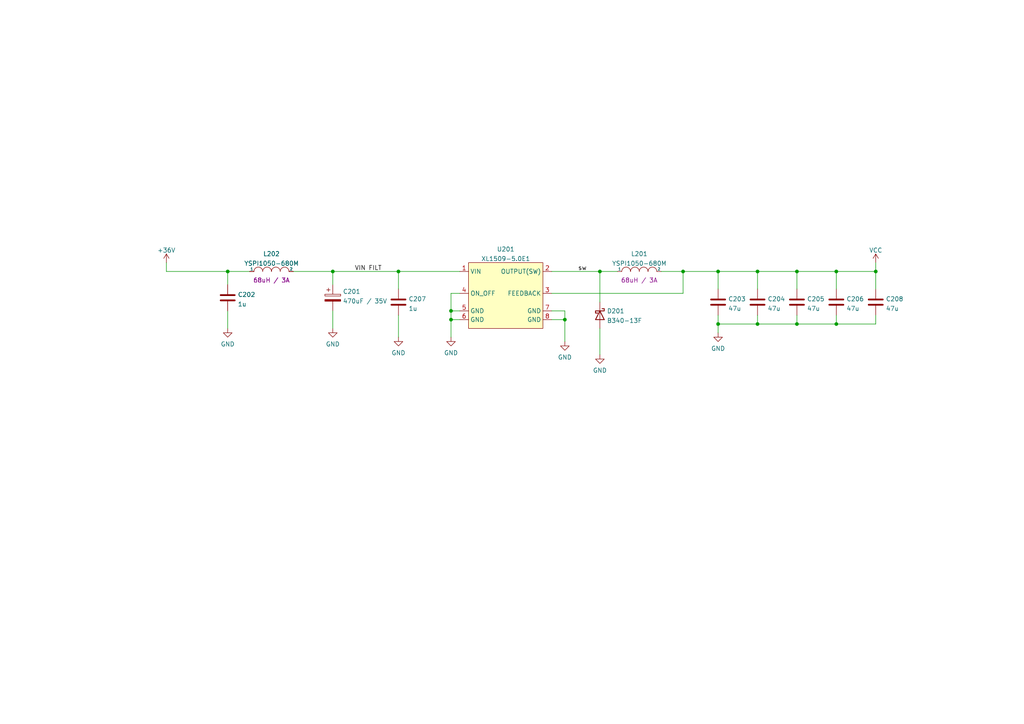
<source format=kicad_sch>
(kicad_sch (version 20211123) (generator eeschema)

  (uuid c750af4c-8f00-488a-9b09-56d955485ec5)

  (paper "A4")

  (lib_symbols
    (symbol "Device:C" (pin_numbers hide) (pin_names (offset 0.254)) (in_bom yes) (on_board yes)
      (property "Reference" "C" (id 0) (at 0.635 2.54 0)
        (effects (font (size 1.27 1.27)) (justify left))
      )
      (property "Value" "C" (id 1) (at 0.635 -2.54 0)
        (effects (font (size 1.27 1.27)) (justify left))
      )
      (property "Footprint" "" (id 2) (at 0.9652 -3.81 0)
        (effects (font (size 1.27 1.27)) hide)
      )
      (property "Datasheet" "~" (id 3) (at 0 0 0)
        (effects (font (size 1.27 1.27)) hide)
      )
      (property "ki_keywords" "cap capacitor" (id 4) (at 0 0 0)
        (effects (font (size 1.27 1.27)) hide)
      )
      (property "ki_description" "Unpolarized capacitor" (id 5) (at 0 0 0)
        (effects (font (size 1.27 1.27)) hide)
      )
      (property "ki_fp_filters" "C_*" (id 6) (at 0 0 0)
        (effects (font (size 1.27 1.27)) hide)
      )
      (symbol "C_0_1"
        (polyline
          (pts
            (xy -2.032 -0.762)
            (xy 2.032 -0.762)
          )
          (stroke (width 0.508) (type default) (color 0 0 0 0))
          (fill (type none))
        )
        (polyline
          (pts
            (xy -2.032 0.762)
            (xy 2.032 0.762)
          )
          (stroke (width 0.508) (type default) (color 0 0 0 0))
          (fill (type none))
        )
      )
      (symbol "C_1_1"
        (pin passive line (at 0 3.81 270) (length 2.794)
          (name "~" (effects (font (size 1.27 1.27))))
          (number "1" (effects (font (size 1.27 1.27))))
        )
        (pin passive line (at 0 -3.81 90) (length 2.794)
          (name "~" (effects (font (size 1.27 1.27))))
          (number "2" (effects (font (size 1.27 1.27))))
        )
      )
    )
    (symbol "Device:C_Polarized" (pin_numbers hide) (pin_names (offset 0.254)) (in_bom yes) (on_board yes)
      (property "Reference" "C" (id 0) (at 0.635 2.54 0)
        (effects (font (size 1.27 1.27)) (justify left))
      )
      (property "Value" "C_Polarized" (id 1) (at 0.635 -2.54 0)
        (effects (font (size 1.27 1.27)) (justify left))
      )
      (property "Footprint" "" (id 2) (at 0.9652 -3.81 0)
        (effects (font (size 1.27 1.27)) hide)
      )
      (property "Datasheet" "~" (id 3) (at 0 0 0)
        (effects (font (size 1.27 1.27)) hide)
      )
      (property "ki_keywords" "cap capacitor" (id 4) (at 0 0 0)
        (effects (font (size 1.27 1.27)) hide)
      )
      (property "ki_description" "Polarized capacitor" (id 5) (at 0 0 0)
        (effects (font (size 1.27 1.27)) hide)
      )
      (property "ki_fp_filters" "CP_*" (id 6) (at 0 0 0)
        (effects (font (size 1.27 1.27)) hide)
      )
      (symbol "C_Polarized_0_1"
        (rectangle (start -2.286 0.508) (end 2.286 1.016)
          (stroke (width 0) (type default) (color 0 0 0 0))
          (fill (type none))
        )
        (polyline
          (pts
            (xy -1.778 2.286)
            (xy -0.762 2.286)
          )
          (stroke (width 0) (type default) (color 0 0 0 0))
          (fill (type none))
        )
        (polyline
          (pts
            (xy -1.27 2.794)
            (xy -1.27 1.778)
          )
          (stroke (width 0) (type default) (color 0 0 0 0))
          (fill (type none))
        )
        (rectangle (start 2.286 -0.508) (end -2.286 -1.016)
          (stroke (width 0) (type default) (color 0 0 0 0))
          (fill (type outline))
        )
      )
      (symbol "C_Polarized_1_1"
        (pin passive line (at 0 3.81 270) (length 2.794)
          (name "~" (effects (font (size 1.27 1.27))))
          (number "1" (effects (font (size 1.27 1.27))))
        )
        (pin passive line (at 0 -3.81 90) (length 2.794)
          (name "~" (effects (font (size 1.27 1.27))))
          (number "2" (effects (font (size 1.27 1.27))))
        )
      )
    )
    (symbol "Diode:B340" (pin_numbers hide) (pin_names (offset 1.016) hide) (in_bom yes) (on_board yes)
      (property "Reference" "D" (id 0) (at 0 2.54 0)
        (effects (font (size 1.27 1.27)))
      )
      (property "Value" "B340" (id 1) (at 0 -2.54 0)
        (effects (font (size 1.27 1.27)))
      )
      (property "Footprint" "Diode_SMD:D_SMC" (id 2) (at 0 -4.445 0)
        (effects (font (size 1.27 1.27)) hide)
      )
      (property "Datasheet" "http://www.jameco.com/Jameco/Products/ProdDS/1538777.pdf" (id 3) (at 0 0 0)
        (effects (font (size 1.27 1.27)) hide)
      )
      (property "ki_keywords" "diode Schottky" (id 4) (at 0 0 0)
        (effects (font (size 1.27 1.27)) hide)
      )
      (property "ki_description" "40V 3A Schottky Barrier Rectifier Diode, SMC" (id 5) (at 0 0 0)
        (effects (font (size 1.27 1.27)) hide)
      )
      (property "ki_fp_filters" "D*SMC*" (id 6) (at 0 0 0)
        (effects (font (size 1.27 1.27)) hide)
      )
      (symbol "B340_0_1"
        (polyline
          (pts
            (xy 1.27 0)
            (xy -1.27 0)
          )
          (stroke (width 0) (type default) (color 0 0 0 0))
          (fill (type none))
        )
        (polyline
          (pts
            (xy 1.27 1.27)
            (xy 1.27 -1.27)
            (xy -1.27 0)
            (xy 1.27 1.27)
          )
          (stroke (width 0.254) (type default) (color 0 0 0 0))
          (fill (type none))
        )
        (polyline
          (pts
            (xy -1.905 0.635)
            (xy -1.905 1.27)
            (xy -1.27 1.27)
            (xy -1.27 -1.27)
            (xy -0.635 -1.27)
            (xy -0.635 -0.635)
          )
          (stroke (width 0.254) (type default) (color 0 0 0 0))
          (fill (type none))
        )
      )
      (symbol "B340_1_1"
        (pin passive line (at -3.81 0 0) (length 2.54)
          (name "K" (effects (font (size 1.27 1.27))))
          (number "1" (effects (font (size 1.27 1.27))))
        )
        (pin passive line (at 3.81 0 180) (length 2.54)
          (name "A" (effects (font (size 1.27 1.27))))
          (number "2" (effects (font (size 1.27 1.27))))
        )
      )
    )
    (symbol "Findersee_parts:XL1509-5.0E1" (in_bom yes) (on_board yes)
      (property "Reference" "U" (id 0) (at 0 6.35 0)
        (effects (font (size 1.27 1.27)))
      )
      (property "Value" "XL1509-5.0E1" (id 1) (at 0 3.81 0)
        (effects (font (size 1.27 1.27)))
      )
      (property "Footprint" "" (id 2) (at 0 0 0)
        (effects (font (size 1.27 1.27)) hide)
      )
      (property "Datasheet" "" (id 3) (at 0 0 0)
        (effects (font (size 1.27 1.27)) hide)
      )
      (symbol "XL1509-5.0E1_0_1"
        (rectangle (start -8.89 2.54) (end 12.7 -16.51)
          (stroke (width 0.1524) (type default) (color 0 0 0 0))
          (fill (type background))
        )
      )
      (symbol "XL1509-5.0E1_1_1"
        (pin power_in line (at -11.43 0 0) (length 2.54)
          (name "VIN" (effects (font (size 1.27 1.27))))
          (number "1" (effects (font (size 1.27 1.27))))
        )
        (pin power_out line (at 15.24 0 180) (length 2.54)
          (name "OUTPUT(SW)" (effects (font (size 1.27 1.27))))
          (number "2" (effects (font (size 1.27 1.27))))
        )
        (pin passive line (at 15.24 -6.35 180) (length 2.54)
          (name "FEEDBACK" (effects (font (size 1.27 1.27))))
          (number "3" (effects (font (size 1.27 1.27))))
        )
        (pin passive line (at -11.43 -6.35 0) (length 2.54)
          (name "ON_OFF" (effects (font (size 1.27 1.27))))
          (number "4" (effects (font (size 1.27 1.27))))
        )
        (pin passive line (at -11.43 -11.43 0) (length 2.54)
          (name "GND" (effects (font (size 1.27 1.27))))
          (number "5" (effects (font (size 1.27 1.27))))
        )
        (pin passive line (at -11.43 -13.97 0) (length 2.54)
          (name "GND" (effects (font (size 1.27 1.27))))
          (number "6" (effects (font (size 1.27 1.27))))
        )
        (pin passive line (at 15.24 -11.43 180) (length 2.54)
          (name "GND" (effects (font (size 1.27 1.27))))
          (number "7" (effects (font (size 1.27 1.27))))
        )
        (pin passive line (at 15.24 -13.97 180) (length 2.54)
          (name "GND" (effects (font (size 1.27 1.27))))
          (number "8" (effects (font (size 1.27 1.27))))
        )
      )
    )
    (symbol "power:+36V" (power) (pin_names (offset 0)) (in_bom yes) (on_board yes)
      (property "Reference" "#PWR" (id 0) (at 0 -3.81 0)
        (effects (font (size 1.27 1.27)) hide)
      )
      (property "Value" "+36V" (id 1) (at 0 3.556 0)
        (effects (font (size 1.27 1.27)))
      )
      (property "Footprint" "" (id 2) (at 0 0 0)
        (effects (font (size 1.27 1.27)) hide)
      )
      (property "Datasheet" "" (id 3) (at 0 0 0)
        (effects (font (size 1.27 1.27)) hide)
      )
      (property "ki_keywords" "power-flag" (id 4) (at 0 0 0)
        (effects (font (size 1.27 1.27)) hide)
      )
      (property "ki_description" "Power symbol creates a global label with name \"+36V\"" (id 5) (at 0 0 0)
        (effects (font (size 1.27 1.27)) hide)
      )
      (symbol "+36V_0_1"
        (polyline
          (pts
            (xy -0.762 1.27)
            (xy 0 2.54)
          )
          (stroke (width 0) (type default) (color 0 0 0 0))
          (fill (type none))
        )
        (polyline
          (pts
            (xy 0 0)
            (xy 0 2.54)
          )
          (stroke (width 0) (type default) (color 0 0 0 0))
          (fill (type none))
        )
        (polyline
          (pts
            (xy 0 2.54)
            (xy 0.762 1.27)
          )
          (stroke (width 0) (type default) (color 0 0 0 0))
          (fill (type none))
        )
      )
      (symbol "+36V_1_1"
        (pin power_in line (at 0 0 90) (length 0) hide
          (name "+36V" (effects (font (size 1.27 1.27))))
          (number "1" (effects (font (size 1.27 1.27))))
        )
      )
    )
    (symbol "power:GND" (power) (pin_names (offset 0)) (in_bom yes) (on_board yes)
      (property "Reference" "#PWR" (id 0) (at 0 -6.35 0)
        (effects (font (size 1.27 1.27)) hide)
      )
      (property "Value" "GND" (id 1) (at 0 -3.81 0)
        (effects (font (size 1.27 1.27)))
      )
      (property "Footprint" "" (id 2) (at 0 0 0)
        (effects (font (size 1.27 1.27)) hide)
      )
      (property "Datasheet" "" (id 3) (at 0 0 0)
        (effects (font (size 1.27 1.27)) hide)
      )
      (property "ki_keywords" "power-flag" (id 4) (at 0 0 0)
        (effects (font (size 1.27 1.27)) hide)
      )
      (property "ki_description" "Power symbol creates a global label with name \"GND\" , ground" (id 5) (at 0 0 0)
        (effects (font (size 1.27 1.27)) hide)
      )
      (symbol "GND_0_1"
        (polyline
          (pts
            (xy 0 0)
            (xy 0 -1.27)
            (xy 1.27 -1.27)
            (xy 0 -2.54)
            (xy -1.27 -1.27)
            (xy 0 -1.27)
          )
          (stroke (width 0) (type default) (color 0 0 0 0))
          (fill (type none))
        )
      )
      (symbol "GND_1_1"
        (pin power_in line (at 0 0 270) (length 0) hide
          (name "GND" (effects (font (size 1.27 1.27))))
          (number "1" (effects (font (size 1.27 1.27))))
        )
      )
    )
    (symbol "power:VCC" (power) (pin_names (offset 0)) (in_bom yes) (on_board yes)
      (property "Reference" "#PWR" (id 0) (at 0 -3.81 0)
        (effects (font (size 1.27 1.27)) hide)
      )
      (property "Value" "VCC" (id 1) (at 0 3.81 0)
        (effects (font (size 1.27 1.27)))
      )
      (property "Footprint" "" (id 2) (at 0 0 0)
        (effects (font (size 1.27 1.27)) hide)
      )
      (property "Datasheet" "" (id 3) (at 0 0 0)
        (effects (font (size 1.27 1.27)) hide)
      )
      (property "ki_keywords" "power-flag" (id 4) (at 0 0 0)
        (effects (font (size 1.27 1.27)) hide)
      )
      (property "ki_description" "Power symbol creates a global label with name \"VCC\"" (id 5) (at 0 0 0)
        (effects (font (size 1.27 1.27)) hide)
      )
      (symbol "VCC_0_1"
        (polyline
          (pts
            (xy -0.762 1.27)
            (xy 0 2.54)
          )
          (stroke (width 0) (type default) (color 0 0 0 0))
          (fill (type none))
        )
        (polyline
          (pts
            (xy 0 0)
            (xy 0 2.54)
          )
          (stroke (width 0) (type default) (color 0 0 0 0))
          (fill (type none))
        )
        (polyline
          (pts
            (xy 0 2.54)
            (xy 0.762 1.27)
          )
          (stroke (width 0) (type default) (color 0 0 0 0))
          (fill (type none))
        )
      )
      (symbol "VCC_1_1"
        (pin power_in line (at 0 0 90) (length 0) hide
          (name "VCC" (effects (font (size 1.27 1.27))))
          (number "1" (effects (font (size 1.27 1.27))))
        )
      )
    )
    (symbol "pspice:INDUCTOR" (pin_numbers hide) (pin_names (offset 0)) (in_bom yes) (on_board yes)
      (property "Reference" "L" (id 0) (at 0 2.54 0)
        (effects (font (size 1.27 1.27)))
      )
      (property "Value" "INDUCTOR" (id 1) (at 0 -1.27 0)
        (effects (font (size 1.27 1.27)))
      )
      (property "Footprint" "" (id 2) (at 0 0 0)
        (effects (font (size 1.27 1.27)) hide)
      )
      (property "Datasheet" "~" (id 3) (at 0 0 0)
        (effects (font (size 1.27 1.27)) hide)
      )
      (property "ki_keywords" "simulation" (id 4) (at 0 0 0)
        (effects (font (size 1.27 1.27)) hide)
      )
      (property "ki_description" "Inductor symbol for simulation only" (id 5) (at 0 0 0)
        (effects (font (size 1.27 1.27)) hide)
      )
      (symbol "INDUCTOR_0_1"
        (arc (start -2.54 0) (mid -3.81 1.27) (end -5.08 0)
          (stroke (width 0) (type default) (color 0 0 0 0))
          (fill (type none))
        )
        (arc (start 0 0) (mid -1.27 1.27) (end -2.54 0)
          (stroke (width 0) (type default) (color 0 0 0 0))
          (fill (type none))
        )
        (arc (start 2.54 0) (mid 1.27 1.27) (end 0 0)
          (stroke (width 0) (type default) (color 0 0 0 0))
          (fill (type none))
        )
        (arc (start 5.08 0) (mid 3.81 1.27) (end 2.54 0)
          (stroke (width 0) (type default) (color 0 0 0 0))
          (fill (type none))
        )
      )
      (symbol "INDUCTOR_1_1"
        (pin input line (at -6.35 0 0) (length 1.27)
          (name "1" (effects (font (size 0.762 0.762))))
          (number "1" (effects (font (size 0.762 0.762))))
        )
        (pin input line (at 6.35 0 180) (length 1.27)
          (name "2" (effects (font (size 0.762 0.762))))
          (number "2" (effects (font (size 0.762 0.762))))
        )
      )
    )
  )

  (junction (at 198.12 78.74) (diameter 0) (color 0 0 0 0)
    (uuid 094d53d4-ace5-42ff-bdaa-10c54d262b2a)
  )
  (junction (at 130.81 90.17) (diameter 0) (color 0 0 0 0)
    (uuid 28509e86-0c50-4c08-b407-f14cfc42d737)
  )
  (junction (at 163.83 92.71) (diameter 0) (color 0 0 0 0)
    (uuid 2f22f8da-de08-46dd-b3f2-a26af378ad9a)
  )
  (junction (at 66.04 78.74) (diameter 0) (color 0 0 0 0)
    (uuid 376ceaab-ea86-4a9f-9c38-0c6aac9c2464)
  )
  (junction (at 219.71 93.98) (diameter 0) (color 0 0 0 0)
    (uuid 4f9c48cc-bdd6-4ca2-bddf-a63bbaafda6f)
  )
  (junction (at 96.52 78.74) (diameter 0) (color 0 0 0 0)
    (uuid 615c6920-6a5c-47b2-be5c-58feb224cff4)
  )
  (junction (at 219.71 78.74) (diameter 0) (color 0 0 0 0)
    (uuid 6bd29a08-3765-4055-b4ce-6ee329a8c528)
  )
  (junction (at 242.57 78.74) (diameter 0) (color 0 0 0 0)
    (uuid 7aa82af1-4401-45c9-9973-c15f42cb40b4)
  )
  (junction (at 231.14 78.74) (diameter 0) (color 0 0 0 0)
    (uuid 808489a4-929d-4d7d-81cc-320a3bf1ae2b)
  )
  (junction (at 231.14 93.98) (diameter 0) (color 0 0 0 0)
    (uuid 80c58d2a-e59e-4138-b246-3738473d8fb6)
  )
  (junction (at 208.28 93.98) (diameter 0) (color 0 0 0 0)
    (uuid a8f68397-3731-4f73-a94b-535d5cd3b651)
  )
  (junction (at 254 78.74) (diameter 0) (color 0 0 0 0)
    (uuid b12c3029-98e6-42d9-b0d4-14b171bb0430)
  )
  (junction (at 208.28 78.74) (diameter 0) (color 0 0 0 0)
    (uuid cff6ddfa-6008-41c1-9e07-55ac992f710f)
  )
  (junction (at 173.99 78.74) (diameter 0) (color 0 0 0 0)
    (uuid d141117e-0f71-4ec3-a188-1adc63b36d80)
  )
  (junction (at 130.81 92.71) (diameter 0) (color 0 0 0 0)
    (uuid e5dbbd2a-3b2c-45d9-90a7-8a67fc6bd5e6)
  )
  (junction (at 115.57 78.74) (diameter 0) (color 0 0 0 0)
    (uuid f2272c83-a651-4c72-b0f7-9b517b9b1482)
  )
  (junction (at 242.57 93.98) (diameter 0) (color 0 0 0 0)
    (uuid f6f3599e-5dd9-42aa-a7ec-43d4150a58c8)
  )

  (wire (pts (xy 66.04 78.74) (xy 66.04 82.55))
    (stroke (width 0) (type default) (color 0 0 0 0))
    (uuid 01cba460-75fc-447e-b572-04ebb96cf05d)
  )
  (wire (pts (xy 242.57 78.74) (xy 254 78.74))
    (stroke (width 0) (type default) (color 0 0 0 0))
    (uuid 07de30a3-9d9c-4e48-aebb-78563e8283d2)
  )
  (wire (pts (xy 133.35 85.09) (xy 130.81 85.09))
    (stroke (width 0) (type default) (color 0 0 0 0))
    (uuid 0a80aa84-81ca-48bc-8dde-915a701b2650)
  )
  (wire (pts (xy 219.71 78.74) (xy 231.14 78.74))
    (stroke (width 0) (type default) (color 0 0 0 0))
    (uuid 11ce7e43-7df4-4ff7-877a-a3eb04566c52)
  )
  (wire (pts (xy 208.28 93.98) (xy 208.28 96.52))
    (stroke (width 0) (type default) (color 0 0 0 0))
    (uuid 1457a0c5-4359-4dea-ae29-346d641304b9)
  )
  (wire (pts (xy 130.81 85.09) (xy 130.81 90.17))
    (stroke (width 0) (type default) (color 0 0 0 0))
    (uuid 16b77b0b-25e0-456d-aa3c-d470d666a244)
  )
  (wire (pts (xy 96.52 90.17) (xy 96.52 95.25))
    (stroke (width 0) (type default) (color 0 0 0 0))
    (uuid 192889a2-02cd-4dff-a3d2-7b417249b252)
  )
  (wire (pts (xy 198.12 85.09) (xy 198.12 78.74))
    (stroke (width 0) (type default) (color 0 0 0 0))
    (uuid 1ac7c2e3-828b-4308-b697-29975ce01470)
  )
  (wire (pts (xy 231.14 93.98) (xy 242.57 93.98))
    (stroke (width 0) (type default) (color 0 0 0 0))
    (uuid 23ed62fd-95b4-42f0-8ca0-9340a28d114b)
  )
  (wire (pts (xy 208.28 93.98) (xy 219.71 93.98))
    (stroke (width 0) (type default) (color 0 0 0 0))
    (uuid 273831b4-cf45-4ef0-9993-f4e5e657c8d7)
  )
  (wire (pts (xy 130.81 90.17) (xy 130.81 92.71))
    (stroke (width 0) (type default) (color 0 0 0 0))
    (uuid 2f21d709-9ab4-45e8-815a-2eb7cbdd006a)
  )
  (wire (pts (xy 231.14 78.74) (xy 231.14 83.82))
    (stroke (width 0) (type default) (color 0 0 0 0))
    (uuid 390d501e-7553-4271-bed3-67e6823a80db)
  )
  (wire (pts (xy 115.57 78.74) (xy 133.35 78.74))
    (stroke (width 0) (type default) (color 0 0 0 0))
    (uuid 3dfa3ffb-64e5-42c3-8f51-342fbcc68f6a)
  )
  (wire (pts (xy 163.83 90.17) (xy 163.83 92.71))
    (stroke (width 0) (type default) (color 0 0 0 0))
    (uuid 4603a4f0-8cd6-47ce-83a8-696ac92373e1)
  )
  (wire (pts (xy 173.99 78.74) (xy 179.07 78.74))
    (stroke (width 0) (type default) (color 0 0 0 0))
    (uuid 47a45b19-74f7-4581-8d35-4e66cbe84823)
  )
  (wire (pts (xy 231.14 93.98) (xy 231.14 91.44))
    (stroke (width 0) (type default) (color 0 0 0 0))
    (uuid 4fddb864-eb82-4211-97f4-df374f3bcd11)
  )
  (wire (pts (xy 66.04 78.74) (xy 72.39 78.74))
    (stroke (width 0) (type default) (color 0 0 0 0))
    (uuid 54351f28-c2d1-4914-b8a7-3b991e3c2026)
  )
  (wire (pts (xy 242.57 78.74) (xy 242.57 83.82))
    (stroke (width 0) (type default) (color 0 0 0 0))
    (uuid 56ae5747-826c-4c1c-9768-ed0e79bba309)
  )
  (wire (pts (xy 198.12 78.74) (xy 191.77 78.74))
    (stroke (width 0) (type default) (color 0 0 0 0))
    (uuid 6516b0d0-e49c-492e-aa72-06c1c6875fd6)
  )
  (wire (pts (xy 96.52 78.74) (xy 115.57 78.74))
    (stroke (width 0) (type default) (color 0 0 0 0))
    (uuid 6b52e546-61a5-438b-9fad-9d8e0901e4b4)
  )
  (wire (pts (xy 66.04 90.17) (xy 66.04 95.25))
    (stroke (width 0) (type default) (color 0 0 0 0))
    (uuid 6e3bb8a3-5070-4b2e-9bf9-e1d51812ba69)
  )
  (wire (pts (xy 173.99 78.74) (xy 173.99 87.63))
    (stroke (width 0) (type default) (color 0 0 0 0))
    (uuid 72d87c3e-6366-4636-a58a-bef3fa72f7f9)
  )
  (wire (pts (xy 160.02 92.71) (xy 163.83 92.71))
    (stroke (width 0) (type default) (color 0 0 0 0))
    (uuid 73d49dca-51e5-4d8b-ae49-6e4f0ea59664)
  )
  (wire (pts (xy 231.14 78.74) (xy 242.57 78.74))
    (stroke (width 0) (type default) (color 0 0 0 0))
    (uuid 73f2b6fe-008d-4472-b98b-580c9cfa08a1)
  )
  (wire (pts (xy 133.35 90.17) (xy 130.81 90.17))
    (stroke (width 0) (type default) (color 0 0 0 0))
    (uuid 75c03d8a-989a-4962-b5ba-18d494a07a4d)
  )
  (wire (pts (xy 96.52 78.74) (xy 96.52 82.55))
    (stroke (width 0) (type default) (color 0 0 0 0))
    (uuid 7b87113b-37b0-48de-9136-e4bee63ea9eb)
  )
  (wire (pts (xy 198.12 78.74) (xy 208.28 78.74))
    (stroke (width 0) (type default) (color 0 0 0 0))
    (uuid 806b1298-e54d-4612-9b4e-42575fd80b31)
  )
  (wire (pts (xy 115.57 91.44) (xy 115.57 97.79))
    (stroke (width 0) (type default) (color 0 0 0 0))
    (uuid 88f565e2-4b4d-4442-a77b-d986006f98e2)
  )
  (wire (pts (xy 208.28 91.44) (xy 208.28 93.98))
    (stroke (width 0) (type default) (color 0 0 0 0))
    (uuid 914a397d-4b08-4f42-a69b-bf7931f8e52a)
  )
  (wire (pts (xy 163.83 92.71) (xy 163.83 99.06))
    (stroke (width 0) (type default) (color 0 0 0 0))
    (uuid 9ab1a304-231f-4508-bacd-bf5ebbe011d4)
  )
  (wire (pts (xy 160.02 78.74) (xy 173.99 78.74))
    (stroke (width 0) (type default) (color 0 0 0 0))
    (uuid a19b8c13-618f-4b19-bc50-7c5ac62587ff)
  )
  (wire (pts (xy 48.26 78.74) (xy 66.04 78.74))
    (stroke (width 0) (type default) (color 0 0 0 0))
    (uuid a500e440-9459-46bc-92be-c88967ec76ac)
  )
  (wire (pts (xy 219.71 93.98) (xy 219.71 91.44))
    (stroke (width 0) (type default) (color 0 0 0 0))
    (uuid a60db64c-3ec2-49f4-8391-f9164ae24572)
  )
  (wire (pts (xy 254 91.44) (xy 254 93.98))
    (stroke (width 0) (type default) (color 0 0 0 0))
    (uuid bcc8d214-a273-4b64-95ae-44ccc13a3c6f)
  )
  (wire (pts (xy 219.71 83.82) (xy 219.71 78.74))
    (stroke (width 0) (type default) (color 0 0 0 0))
    (uuid bec37e7d-2046-497c-b267-3242e6b15656)
  )
  (wire (pts (xy 160.02 90.17) (xy 163.83 90.17))
    (stroke (width 0) (type default) (color 0 0 0 0))
    (uuid c177185a-01d7-4653-8bab-3c767b439da3)
  )
  (wire (pts (xy 254 78.74) (xy 254 83.82))
    (stroke (width 0) (type default) (color 0 0 0 0))
    (uuid c3694da2-fd77-4bc0-a0bd-2ec4faf8449e)
  )
  (wire (pts (xy 115.57 78.74) (xy 115.57 83.82))
    (stroke (width 0) (type default) (color 0 0 0 0))
    (uuid c4308844-678e-4c62-a3bc-8dc3952d3472)
  )
  (wire (pts (xy 160.02 85.09) (xy 198.12 85.09))
    (stroke (width 0) (type default) (color 0 0 0 0))
    (uuid cc479ba6-af62-487b-b9c7-775c529ba8a0)
  )
  (wire (pts (xy 130.81 92.71) (xy 133.35 92.71))
    (stroke (width 0) (type default) (color 0 0 0 0))
    (uuid ccf781fe-6d65-41ce-8368-f4ea147882a8)
  )
  (wire (pts (xy 219.71 93.98) (xy 231.14 93.98))
    (stroke (width 0) (type default) (color 0 0 0 0))
    (uuid d4a5292d-9b11-4f65-9728-981f1120df99)
  )
  (wire (pts (xy 85.09 78.74) (xy 96.52 78.74))
    (stroke (width 0) (type default) (color 0 0 0 0))
    (uuid d89ccf02-073e-45c7-b3c4-2fcf6c3ad832)
  )
  (wire (pts (xy 242.57 93.98) (xy 242.57 91.44))
    (stroke (width 0) (type default) (color 0 0 0 0))
    (uuid db01ed3b-b83f-4e91-ab59-cf7ef2b5b281)
  )
  (wire (pts (xy 254 93.98) (xy 242.57 93.98))
    (stroke (width 0) (type default) (color 0 0 0 0))
    (uuid db78fc63-915d-4021-8273-bece5ca7f5c3)
  )
  (wire (pts (xy 48.26 76.2) (xy 48.26 78.74))
    (stroke (width 0) (type default) (color 0 0 0 0))
    (uuid dfa288c3-2e05-4a56-bfd8-29c5c2d67a54)
  )
  (wire (pts (xy 208.28 78.74) (xy 219.71 78.74))
    (stroke (width 0) (type default) (color 0 0 0 0))
    (uuid e9aafd8f-cde7-48e4-b8fc-f92ef1c61755)
  )
  (wire (pts (xy 173.99 95.25) (xy 173.99 102.87))
    (stroke (width 0) (type default) (color 0 0 0 0))
    (uuid ed3b9290-11f6-4991-a87d-b306eed76ea0)
  )
  (wire (pts (xy 254 76.2) (xy 254 78.74))
    (stroke (width 0) (type default) (color 0 0 0 0))
    (uuid f637c591-9b45-4f5f-a5b4-209dc6252255)
  )
  (wire (pts (xy 130.81 97.79) (xy 130.81 92.71))
    (stroke (width 0) (type default) (color 0 0 0 0))
    (uuid f7d02d81-bab4-43c0-826c-c1037841f31e)
  )
  (wire (pts (xy 208.28 78.74) (xy 208.28 83.82))
    (stroke (width 0) (type default) (color 0 0 0 0))
    (uuid f98199d9-6344-4ebd-add7-a50f31a1eac2)
  )

  (label "sw" (at 167.64 78.74 0)
    (effects (font (size 1.27 1.27)) (justify left bottom))
    (uuid 11e1572c-0163-4efd-a546-0d128e7d15a3)
  )
  (label "VIN FILT" (at 102.87 78.74 0)
    (effects (font (size 1.27 1.27)) (justify left bottom))
    (uuid a8447de2-0e60-4229-820f-79912e2da23d)
  )

  (symbol (lib_id "Device:C") (at 208.28 87.63 0) (unit 1)
    (in_bom yes) (on_board yes) (fields_autoplaced)
    (uuid 1ae83b40-5bd4-4f7a-8c5e-6237065e19a5)
    (property "Reference" "C203" (id 0) (at 211.201 86.7215 0)
      (effects (font (size 1.27 1.27)) (justify left))
    )
    (property "Value" "47u" (id 1) (at 211.201 89.4966 0)
      (effects (font (size 1.27 1.27)) (justify left))
    )
    (property "Footprint" "Capacitor_SMD:C_0805_2012Metric" (id 2) (at 209.2452 91.44 0)
      (effects (font (size 1.27 1.27)) hide)
    )
    (property "Datasheet" "~" (id 3) (at 208.28 87.63 0)
      (effects (font (size 1.27 1.27)) hide)
    )
    (pin "1" (uuid 612128ac-9cd3-4376-92cd-b633a634b351))
    (pin "2" (uuid 9dcde4ce-3787-4705-b072-163b72d9d043))
  )

  (symbol (lib_id "power:VCC") (at 254 76.2 0) (unit 1)
    (in_bom yes) (on_board yes) (fields_autoplaced)
    (uuid 25b04773-6e1e-4ae1-bea0-5d254b7b3ce4)
    (property "Reference" "#PWR0208" (id 0) (at 254 80.01 0)
      (effects (font (size 1.27 1.27)) hide)
    )
    (property "Value" "VCC" (id 1) (at 254 72.5955 0))
    (property "Footprint" "" (id 2) (at 254 76.2 0)
      (effects (font (size 1.27 1.27)) hide)
    )
    (property "Datasheet" "" (id 3) (at 254 76.2 0)
      (effects (font (size 1.27 1.27)) hide)
    )
    (pin "1" (uuid 1233cc7a-a6a3-46b4-8070-5f078d7529a3))
  )

  (symbol (lib_id "Device:C_Polarized") (at 96.52 86.36 0) (unit 1)
    (in_bom yes) (on_board yes) (fields_autoplaced)
    (uuid 2a089b6f-ddce-49d4-984f-71702e727cc9)
    (property "Reference" "C201" (id 0) (at 99.441 84.5625 0)
      (effects (font (size 1.27 1.27)) (justify left))
    )
    (property "Value" "470uF / 35V" (id 1) (at 99.441 87.3376 0)
      (effects (font (size 1.27 1.27)) (justify left))
    )
    (property "Footprint" "Capacitor_SMD:CP_Elec_10x12.5" (id 2) (at 97.4852 90.17 0)
      (effects (font (size 1.27 1.27)) hide)
    )
    (property "Datasheet" "~" (id 3) (at 96.52 86.36 0)
      (effects (font (size 1.27 1.27)) hide)
    )
    (pin "1" (uuid e7718ed2-7723-47b9-9812-6feffb262361))
    (pin "2" (uuid 84312690-fd85-4e52-ba16-a825a75e48eb))
  )

  (symbol (lib_id "power:GND") (at 173.99 102.87 0) (unit 1)
    (in_bom yes) (on_board yes) (fields_autoplaced)
    (uuid 2d084b6a-8e9e-41a8-b202-5b826a2d7bde)
    (property "Reference" "#PWR0206" (id 0) (at 173.99 109.22 0)
      (effects (font (size 1.27 1.27)) hide)
    )
    (property "Value" "GND" (id 1) (at 173.99 107.4325 0))
    (property "Footprint" "" (id 2) (at 173.99 102.87 0)
      (effects (font (size 1.27 1.27)) hide)
    )
    (property "Datasheet" "" (id 3) (at 173.99 102.87 0)
      (effects (font (size 1.27 1.27)) hide)
    )
    (pin "1" (uuid 620c291c-ad37-41ff-a1e5-3273a8d60d62))
  )

  (symbol (lib_id "Device:C") (at 242.57 87.63 0) (unit 1)
    (in_bom yes) (on_board yes) (fields_autoplaced)
    (uuid 2ea02bf8-3214-428c-88aa-ac5e6dd8a08d)
    (property "Reference" "C206" (id 0) (at 245.491 86.7215 0)
      (effects (font (size 1.27 1.27)) (justify left))
    )
    (property "Value" "47u" (id 1) (at 245.491 89.4966 0)
      (effects (font (size 1.27 1.27)) (justify left))
    )
    (property "Footprint" "Capacitor_SMD:C_0805_2012Metric" (id 2) (at 243.5352 91.44 0)
      (effects (font (size 1.27 1.27)) hide)
    )
    (property "Datasheet" "~" (id 3) (at 242.57 87.63 0)
      (effects (font (size 1.27 1.27)) hide)
    )
    (pin "1" (uuid c4bd9603-94ec-49d5-a09c-b3eef06508aa))
    (pin "2" (uuid 27caab84-e7b3-4af7-b310-8a4c7cbe067b))
  )

  (symbol (lib_id "power:GND") (at 66.04 95.25 0) (unit 1)
    (in_bom yes) (on_board yes) (fields_autoplaced)
    (uuid 368d8f61-aa0c-48ff-9da3-9b443fc21f11)
    (property "Reference" "#PWR0209" (id 0) (at 66.04 101.6 0)
      (effects (font (size 1.27 1.27)) hide)
    )
    (property "Value" "GND" (id 1) (at 66.04 99.8125 0))
    (property "Footprint" "" (id 2) (at 66.04 95.25 0)
      (effects (font (size 1.27 1.27)) hide)
    )
    (property "Datasheet" "" (id 3) (at 66.04 95.25 0)
      (effects (font (size 1.27 1.27)) hide)
    )
    (pin "1" (uuid 637cb75d-27f7-4a26-b9fa-c7b567613df7))
  )

  (symbol (lib_id "power:GND") (at 115.57 97.79 0) (unit 1)
    (in_bom yes) (on_board yes) (fields_autoplaced)
    (uuid 482a0c55-90fd-47b7-8834-1094a67f918b)
    (property "Reference" "#PWR0203" (id 0) (at 115.57 104.14 0)
      (effects (font (size 1.27 1.27)) hide)
    )
    (property "Value" "GND" (id 1) (at 115.57 102.3525 0))
    (property "Footprint" "" (id 2) (at 115.57 97.79 0)
      (effects (font (size 1.27 1.27)) hide)
    )
    (property "Datasheet" "" (id 3) (at 115.57 97.79 0)
      (effects (font (size 1.27 1.27)) hide)
    )
    (pin "1" (uuid 6da2018c-874d-4dff-9a19-0ceb77313086))
  )

  (symbol (lib_id "Device:C") (at 254 87.63 0) (unit 1)
    (in_bom yes) (on_board yes) (fields_autoplaced)
    (uuid 5a75edfd-4c9d-4750-b36d-b98950d5e0ee)
    (property "Reference" "C208" (id 0) (at 256.921 86.7215 0)
      (effects (font (size 1.27 1.27)) (justify left))
    )
    (property "Value" "47u" (id 1) (at 256.921 89.4966 0)
      (effects (font (size 1.27 1.27)) (justify left))
    )
    (property "Footprint" "Capacitor_SMD:C_0805_2012Metric" (id 2) (at 254.9652 91.44 0)
      (effects (font (size 1.27 1.27)) hide)
    )
    (property "Datasheet" "~" (id 3) (at 254 87.63 0)
      (effects (font (size 1.27 1.27)) hide)
    )
    (pin "1" (uuid c33562ef-9b0b-4ddb-8f04-d4b88a87ddab))
    (pin "2" (uuid 97085898-2387-4d07-aa77-7e87c70c82d9))
  )

  (symbol (lib_id "power:GND") (at 96.52 95.25 0) (unit 1)
    (in_bom yes) (on_board yes) (fields_autoplaced)
    (uuid 603ece85-7d66-4261-a7e5-d44f50d0ce8f)
    (property "Reference" "#PWR0202" (id 0) (at 96.52 101.6 0)
      (effects (font (size 1.27 1.27)) hide)
    )
    (property "Value" "GND" (id 1) (at 96.52 99.8125 0))
    (property "Footprint" "" (id 2) (at 96.52 95.25 0)
      (effects (font (size 1.27 1.27)) hide)
    )
    (property "Datasheet" "" (id 3) (at 96.52 95.25 0)
      (effects (font (size 1.27 1.27)) hide)
    )
    (pin "1" (uuid e0520c79-1c4f-495c-adea-225d4baf2b8a))
  )

  (symbol (lib_id "power:GND") (at 130.81 97.79 0) (unit 1)
    (in_bom yes) (on_board yes) (fields_autoplaced)
    (uuid 68659943-ea7c-4467-a1d8-72e646306a78)
    (property "Reference" "#PWR0204" (id 0) (at 130.81 104.14 0)
      (effects (font (size 1.27 1.27)) hide)
    )
    (property "Value" "GND" (id 1) (at 130.81 102.3525 0))
    (property "Footprint" "" (id 2) (at 130.81 97.79 0)
      (effects (font (size 1.27 1.27)) hide)
    )
    (property "Datasheet" "" (id 3) (at 130.81 97.79 0)
      (effects (font (size 1.27 1.27)) hide)
    )
    (pin "1" (uuid ad6f63b8-1812-4a92-9edd-92ad01850122))
  )

  (symbol (lib_id "Device:C") (at 66.04 86.36 0) (unit 1)
    (in_bom yes) (on_board yes) (fields_autoplaced)
    (uuid 6c85fe5a-5caf-42fe-8489-07d92d797782)
    (property "Reference" "C202" (id 0) (at 68.961 85.4515 0)
      (effects (font (size 1.27 1.27)) (justify left))
    )
    (property "Value" "1u" (id 1) (at 68.961 88.2266 0)
      (effects (font (size 1.27 1.27)) (justify left))
    )
    (property "Footprint" "Capacitor_SMD:C_0805_2012Metric" (id 2) (at 67.0052 90.17 0)
      (effects (font (size 1.27 1.27)) hide)
    )
    (property "Datasheet" "~" (id 3) (at 66.04 86.36 0)
      (effects (font (size 1.27 1.27)) hide)
    )
    (pin "1" (uuid 28440af3-b91d-4583-8299-6806ad02a035))
    (pin "2" (uuid 390cf346-5930-4bf7-b864-b75e3fa9fd5b))
  )

  (symbol (lib_id "Device:C") (at 219.71 87.63 0) (unit 1)
    (in_bom yes) (on_board yes) (fields_autoplaced)
    (uuid 72da1281-6fa4-4f68-a13b-29b9b2bca12c)
    (property "Reference" "C204" (id 0) (at 222.631 86.7215 0)
      (effects (font (size 1.27 1.27)) (justify left))
    )
    (property "Value" "47u" (id 1) (at 222.631 89.4966 0)
      (effects (font (size 1.27 1.27)) (justify left))
    )
    (property "Footprint" "Capacitor_SMD:C_0805_2012Metric" (id 2) (at 220.6752 91.44 0)
      (effects (font (size 1.27 1.27)) hide)
    )
    (property "Datasheet" "~" (id 3) (at 219.71 87.63 0)
      (effects (font (size 1.27 1.27)) hide)
    )
    (pin "1" (uuid b1c28f2d-f048-45f4-bc21-b46e13c9a18e))
    (pin "2" (uuid 5aacc95c-1b74-4e05-9e70-36b0aefb6929))
  )

  (symbol (lib_id "Device:C") (at 231.14 87.63 0) (unit 1)
    (in_bom yes) (on_board yes) (fields_autoplaced)
    (uuid 791595ac-2792-49b0-852b-a685a3a49572)
    (property "Reference" "C205" (id 0) (at 234.061 86.7215 0)
      (effects (font (size 1.27 1.27)) (justify left))
    )
    (property "Value" "47u" (id 1) (at 234.061 89.4966 0)
      (effects (font (size 1.27 1.27)) (justify left))
    )
    (property "Footprint" "Capacitor_SMD:C_0805_2012Metric" (id 2) (at 232.1052 91.44 0)
      (effects (font (size 1.27 1.27)) hide)
    )
    (property "Datasheet" "~" (id 3) (at 231.14 87.63 0)
      (effects (font (size 1.27 1.27)) hide)
    )
    (pin "1" (uuid 68784e08-20c2-44ad-9e5c-f5cddd8921cb))
    (pin "2" (uuid b6167692-176e-4a9c-b5f7-b09c2e33ae8a))
  )

  (symbol (lib_id "Device:C") (at 115.57 87.63 0) (unit 1)
    (in_bom yes) (on_board yes) (fields_autoplaced)
    (uuid 8b785799-bfb1-49ab-aaac-ac32ab71b9dc)
    (property "Reference" "C207" (id 0) (at 118.491 86.7215 0)
      (effects (font (size 1.27 1.27)) (justify left))
    )
    (property "Value" "1u" (id 1) (at 118.491 89.4966 0)
      (effects (font (size 1.27 1.27)) (justify left))
    )
    (property "Footprint" "Capacitor_SMD:C_0805_2012Metric" (id 2) (at 116.5352 91.44 0)
      (effects (font (size 1.27 1.27)) hide)
    )
    (property "Datasheet" "~" (id 3) (at 115.57 87.63 0)
      (effects (font (size 1.27 1.27)) hide)
    )
    (pin "1" (uuid f92002ad-3b0a-4641-bcf6-5d16b97f10ad))
    (pin "2" (uuid 32d53283-8271-4c1c-ad86-7101d22a8e4e))
  )

  (symbol (lib_id "Findersee_parts:XL1509-5.0E1") (at 144.78 78.74 0) (unit 1)
    (in_bom yes) (on_board yes) (fields_autoplaced)
    (uuid 8fa100dc-8680-4733-b005-1e7f23d97423)
    (property "Reference" "U201" (id 0) (at 146.685 72.2843 0))
    (property "Value" "XL1509-5.0E1" (id 1) (at 146.685 75.0594 0))
    (property "Footprint" "Package_SO:SOIC-8_3.9x4.9mm_P1.27mm" (id 2) (at 144.78 78.74 0)
      (effects (font (size 1.27 1.27)) hide)
    )
    (property "Datasheet" "" (id 3) (at 144.78 78.74 0)
      (effects (font (size 1.27 1.27)) hide)
    )
    (pin "1" (uuid 5e594d39-5efa-4c4c-bdfa-f3d2b7848188))
    (pin "2" (uuid 17c70404-58c2-4ac4-bc5d-d75679fceca3))
    (pin "3" (uuid f5e571d2-e7dd-43da-9efa-188b1643ada7))
    (pin "4" (uuid c2356e39-7f89-49f8-9b45-7ee8194524f6))
    (pin "5" (uuid 3b8d8dbe-acb4-459f-9e63-4f14a62ee763))
    (pin "6" (uuid 80bd32bd-1188-47ce-bc07-cb4132d2e932))
    (pin "7" (uuid fd9c5461-6212-49af-9398-04b689e9fee2))
    (pin "8" (uuid e18d8234-3818-40eb-83e7-8302d0ceb9ba))
  )

  (symbol (lib_id "power:+36V") (at 48.26 76.2 0) (unit 1)
    (in_bom yes) (on_board yes) (fields_autoplaced)
    (uuid a5c1c738-1b00-4b10-a3de-5bef1e86499f)
    (property "Reference" "#PWR0201" (id 0) (at 48.26 80.01 0)
      (effects (font (size 1.27 1.27)) hide)
    )
    (property "Value" "+36V" (id 1) (at 48.26 72.5955 0))
    (property "Footprint" "" (id 2) (at 48.26 76.2 0)
      (effects (font (size 1.27 1.27)) hide)
    )
    (property "Datasheet" "" (id 3) (at 48.26 76.2 0)
      (effects (font (size 1.27 1.27)) hide)
    )
    (pin "1" (uuid 786acbb9-e969-4a2d-99f2-0f0c67794899))
  )

  (symbol (lib_id "Diode:B340") (at 173.99 91.44 270) (unit 1)
    (in_bom yes) (on_board yes) (fields_autoplaced)
    (uuid be5a8056-4bd8-4426-8c26-2cf027497d69)
    (property "Reference" "D201" (id 0) (at 176.022 90.214 90)
      (effects (font (size 1.27 1.27)) (justify left))
    )
    (property "Value" "B340-13F" (id 1) (at 176.022 92.9891 90)
      (effects (font (size 1.27 1.27)) (justify left))
    )
    (property "Footprint" "Diode_SMD:D_SMB" (id 2) (at 169.545 91.44 0)
      (effects (font (size 1.27 1.27)) hide)
    )
    (property "Datasheet" "http://www.jameco.com/Jameco/Products/ProdDS/1538777.pdf" (id 3) (at 173.99 91.44 0)
      (effects (font (size 1.27 1.27)) hide)
    )
    (pin "1" (uuid 06524de7-5bc7-43b9-8de0-15bfaa4769c3))
    (pin "2" (uuid 4ec1c4bf-7004-43e7-b02b-74f7e0399ff5))
  )

  (symbol (lib_id "pspice:INDUCTOR") (at 78.74 78.74 0) (unit 1)
    (in_bom yes) (on_board yes)
    (uuid d77d5443-7980-43c4-bbaf-7610040c55e9)
    (property "Reference" "L202" (id 0) (at 78.74 73.6305 0))
    (property "Value" "YSPI1050-680M" (id 1) (at 78.74 76.4056 0))
    (property "Footprint" "Findersee_parts:YSPI1050" (id 2) (at 78.74 78.74 0)
      (effects (font (size 1.27 1.27)) hide)
    )
    (property "Datasheet" "~" (id 3) (at 78.74 78.74 0)
      (effects (font (size 1.27 1.27)) hide)
    )
    (property "Value 2" "68uH / 3A" (id 4) (at 78.74 81.28 0))
    (property "JLC" "C497902" (id 5) (at 78.74 78.74 0)
      (effects (font (size 1.27 1.27)) hide)
    )
    (pin "1" (uuid 4d20c272-3193-475a-b42e-9d5f7965f8b7))
    (pin "2" (uuid f7b36506-6a81-472c-b398-29a60d7f7320))
  )

  (symbol (lib_id "power:GND") (at 208.28 96.52 0) (unit 1)
    (in_bom yes) (on_board yes) (fields_autoplaced)
    (uuid eff797f5-b38d-43ce-a48a-bdfb1e94f028)
    (property "Reference" "#PWR0207" (id 0) (at 208.28 102.87 0)
      (effects (font (size 1.27 1.27)) hide)
    )
    (property "Value" "GND" (id 1) (at 208.28 101.0825 0))
    (property "Footprint" "" (id 2) (at 208.28 96.52 0)
      (effects (font (size 1.27 1.27)) hide)
    )
    (property "Datasheet" "" (id 3) (at 208.28 96.52 0)
      (effects (font (size 1.27 1.27)) hide)
    )
    (pin "1" (uuid 6a91364f-cbf9-4cfd-8ba4-390a01975ff1))
  )

  (symbol (lib_id "power:GND") (at 163.83 99.06 0) (unit 1)
    (in_bom yes) (on_board yes) (fields_autoplaced)
    (uuid f26791d6-fba5-4531-8a07-202916152bce)
    (property "Reference" "#PWR0205" (id 0) (at 163.83 105.41 0)
      (effects (font (size 1.27 1.27)) hide)
    )
    (property "Value" "GND" (id 1) (at 163.83 103.6225 0))
    (property "Footprint" "" (id 2) (at 163.83 99.06 0)
      (effects (font (size 1.27 1.27)) hide)
    )
    (property "Datasheet" "" (id 3) (at 163.83 99.06 0)
      (effects (font (size 1.27 1.27)) hide)
    )
    (pin "1" (uuid 87033ffe-838a-40d4-80b9-45a6fd6b8b0f))
  )

  (symbol (lib_id "pspice:INDUCTOR") (at 185.42 78.74 0) (unit 1)
    (in_bom yes) (on_board yes)
    (uuid f69e069b-52d3-4501-93a2-98ea7711350d)
    (property "Reference" "L201" (id 0) (at 185.42 73.6305 0))
    (property "Value" "YSPI1050-680M" (id 1) (at 185.42 76.4056 0))
    (property "Footprint" "Findersee_parts:YSPI1050" (id 2) (at 185.42 78.74 0)
      (effects (font (size 1.27 1.27)) hide)
    )
    (property "Datasheet" "~" (id 3) (at 185.42 78.74 0)
      (effects (font (size 1.27 1.27)) hide)
    )
    (property "Value 2" "68uH / 3A" (id 4) (at 185.42 81.28 0))
    (property "JLC" "C497902" (id 5) (at 185.42 78.74 0)
      (effects (font (size 1.27 1.27)) hide)
    )
    (pin "1" (uuid 3da4fcd2-f6ab-41fc-b5ce-e5d65e475c22))
    (pin "2" (uuid 44b1c5ad-d59e-4b3a-942a-39e3bea2865e))
  )
)

</source>
